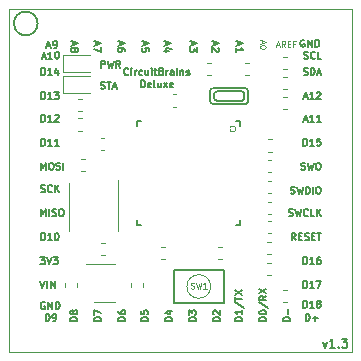
<source format=gbr>
G04 #@! TF.GenerationSoftware,KiCad,Pcbnew,(5.1.5-0-10_14)*
G04 #@! TF.CreationDate,2019-12-28T15:12:34-06:00*
G04 #@! TF.ProjectId,CircuitBrains Deluxe v1_3,43697263-7569-4744-9272-61696e732044,rev?*
G04 #@! TF.SameCoordinates,Original*
G04 #@! TF.FileFunction,Legend,Top*
G04 #@! TF.FilePolarity,Positive*
%FSLAX46Y46*%
G04 Gerber Fmt 4.6, Leading zero omitted, Abs format (unit mm)*
G04 Created by KiCad (PCBNEW (5.1.5-0-10_14)) date 2019-12-28 15:12:34*
%MOMM*%
%LPD*%
G04 APERTURE LIST*
%ADD10C,0.150000*%
%ADD11C,0.120000*%
%ADD12C,0.203200*%
%ADD13C,0.100000*%
%ADD14C,0.127000*%
%ADD15C,0.119380*%
G04 APERTURE END LIST*
D10*
X96531000Y-89175285D02*
X96531000Y-89461000D01*
X96359571Y-89118142D02*
X96959571Y-89318142D01*
X96359571Y-89518142D01*
X96959571Y-90003857D02*
X96959571Y-89718142D01*
X96673857Y-89689571D01*
X96702428Y-89718142D01*
X96731000Y-89775285D01*
X96731000Y-89918142D01*
X96702428Y-89975285D01*
X96673857Y-90003857D01*
X96616714Y-90032428D01*
X96473857Y-90032428D01*
X96416714Y-90003857D01*
X96388142Y-89975285D01*
X96359571Y-89918142D01*
X96359571Y-89775285D01*
X96388142Y-89718142D01*
X96416714Y-89689571D01*
X95247000Y-91954785D02*
X95218428Y-91983357D01*
X95132714Y-92011928D01*
X95075571Y-92011928D01*
X94989857Y-91983357D01*
X94932714Y-91926214D01*
X94904142Y-91869071D01*
X94875571Y-91754785D01*
X94875571Y-91669071D01*
X94904142Y-91554785D01*
X94932714Y-91497642D01*
X94989857Y-91440500D01*
X95075571Y-91411928D01*
X95132714Y-91411928D01*
X95218428Y-91440500D01*
X95247000Y-91469071D01*
X95504142Y-92011928D02*
X95504142Y-91611928D01*
X95504142Y-91411928D02*
X95475571Y-91440500D01*
X95504142Y-91469071D01*
X95532714Y-91440500D01*
X95504142Y-91411928D01*
X95504142Y-91469071D01*
X95789857Y-92011928D02*
X95789857Y-91611928D01*
X95789857Y-91726214D02*
X95818428Y-91669071D01*
X95847000Y-91640500D01*
X95904142Y-91611928D01*
X95961285Y-91611928D01*
X96418428Y-91983357D02*
X96361285Y-92011928D01*
X96247000Y-92011928D01*
X96189857Y-91983357D01*
X96161285Y-91954785D01*
X96132714Y-91897642D01*
X96132714Y-91726214D01*
X96161285Y-91669071D01*
X96189857Y-91640500D01*
X96247000Y-91611928D01*
X96361285Y-91611928D01*
X96418428Y-91640500D01*
X96932714Y-91611928D02*
X96932714Y-92011928D01*
X96675571Y-91611928D02*
X96675571Y-91926214D01*
X96704142Y-91983357D01*
X96761285Y-92011928D01*
X96847000Y-92011928D01*
X96904142Y-91983357D01*
X96932714Y-91954785D01*
X97218428Y-92011928D02*
X97218428Y-91611928D01*
X97218428Y-91411928D02*
X97189857Y-91440500D01*
X97218428Y-91469071D01*
X97247000Y-91440500D01*
X97218428Y-91411928D01*
X97218428Y-91469071D01*
X97418428Y-91611928D02*
X97647000Y-91611928D01*
X97504142Y-91411928D02*
X97504142Y-91926214D01*
X97532714Y-91983357D01*
X97589857Y-92011928D01*
X97647000Y-92011928D01*
X98047000Y-91697642D02*
X98132714Y-91726214D01*
X98161285Y-91754785D01*
X98189857Y-91811928D01*
X98189857Y-91897642D01*
X98161285Y-91954785D01*
X98132714Y-91983357D01*
X98075571Y-92011928D01*
X97847000Y-92011928D01*
X97847000Y-91411928D01*
X98047000Y-91411928D01*
X98104142Y-91440500D01*
X98132714Y-91469071D01*
X98161285Y-91526214D01*
X98161285Y-91583357D01*
X98132714Y-91640500D01*
X98104142Y-91669071D01*
X98047000Y-91697642D01*
X97847000Y-91697642D01*
X98447000Y-92011928D02*
X98447000Y-91611928D01*
X98447000Y-91726214D02*
X98475571Y-91669071D01*
X98504142Y-91640500D01*
X98561285Y-91611928D01*
X98618428Y-91611928D01*
X99075571Y-92011928D02*
X99075571Y-91697642D01*
X99047000Y-91640500D01*
X98989857Y-91611928D01*
X98875571Y-91611928D01*
X98818428Y-91640500D01*
X99075571Y-91983357D02*
X99018428Y-92011928D01*
X98875571Y-92011928D01*
X98818428Y-91983357D01*
X98789857Y-91926214D01*
X98789857Y-91869071D01*
X98818428Y-91811928D01*
X98875571Y-91783357D01*
X99018428Y-91783357D01*
X99075571Y-91754785D01*
X99361285Y-92011928D02*
X99361285Y-91611928D01*
X99361285Y-91411928D02*
X99332714Y-91440500D01*
X99361285Y-91469071D01*
X99389857Y-91440500D01*
X99361285Y-91411928D01*
X99361285Y-91469071D01*
X99647000Y-91611928D02*
X99647000Y-92011928D01*
X99647000Y-91669071D02*
X99675571Y-91640500D01*
X99732714Y-91611928D01*
X99818428Y-91611928D01*
X99875571Y-91640500D01*
X99904142Y-91697642D01*
X99904142Y-92011928D01*
X100161285Y-91983357D02*
X100218428Y-92011928D01*
X100332714Y-92011928D01*
X100389857Y-91983357D01*
X100418428Y-91926214D01*
X100418428Y-91897642D01*
X100389857Y-91840500D01*
X100332714Y-91811928D01*
X100247000Y-91811928D01*
X100189857Y-91783357D01*
X100161285Y-91726214D01*
X100161285Y-91697642D01*
X100189857Y-91640500D01*
X100247000Y-91611928D01*
X100332714Y-91611928D01*
X100389857Y-91640500D01*
X96304142Y-93061928D02*
X96304142Y-92461928D01*
X96447000Y-92461928D01*
X96532714Y-92490500D01*
X96589857Y-92547642D01*
X96618428Y-92604785D01*
X96647000Y-92719071D01*
X96647000Y-92804785D01*
X96618428Y-92919071D01*
X96589857Y-92976214D01*
X96532714Y-93033357D01*
X96447000Y-93061928D01*
X96304142Y-93061928D01*
X97132714Y-93033357D02*
X97075571Y-93061928D01*
X96961285Y-93061928D01*
X96904142Y-93033357D01*
X96875571Y-92976214D01*
X96875571Y-92747642D01*
X96904142Y-92690500D01*
X96961285Y-92661928D01*
X97075571Y-92661928D01*
X97132714Y-92690500D01*
X97161285Y-92747642D01*
X97161285Y-92804785D01*
X96875571Y-92861928D01*
X97504142Y-93061928D02*
X97447000Y-93033357D01*
X97418428Y-92976214D01*
X97418428Y-92461928D01*
X97989857Y-92661928D02*
X97989857Y-93061928D01*
X97732714Y-92661928D02*
X97732714Y-92976214D01*
X97761285Y-93033357D01*
X97818428Y-93061928D01*
X97904142Y-93061928D01*
X97961285Y-93033357D01*
X97989857Y-93004785D01*
X98218428Y-93061928D02*
X98532714Y-92661928D01*
X98218428Y-92661928D02*
X98532714Y-93061928D01*
X98989857Y-93033357D02*
X98932714Y-93061928D01*
X98818428Y-93061928D01*
X98761285Y-93033357D01*
X98732714Y-92976214D01*
X98732714Y-92747642D01*
X98761285Y-92690500D01*
X98818428Y-92661928D01*
X98932714Y-92661928D01*
X98989857Y-92690500D01*
X99018428Y-92747642D01*
X99018428Y-92804785D01*
X98732714Y-92861928D01*
X87854357Y-92028928D02*
X87854357Y-91428928D01*
X87997214Y-91428928D01*
X88082928Y-91457500D01*
X88140071Y-91514642D01*
X88168642Y-91571785D01*
X88197214Y-91686071D01*
X88197214Y-91771785D01*
X88168642Y-91886071D01*
X88140071Y-91943214D01*
X88082928Y-92000357D01*
X87997214Y-92028928D01*
X87854357Y-92028928D01*
X88768642Y-92028928D02*
X88425785Y-92028928D01*
X88597214Y-92028928D02*
X88597214Y-91428928D01*
X88540071Y-91514642D01*
X88482928Y-91571785D01*
X88425785Y-91600357D01*
X89282928Y-91628928D02*
X89282928Y-92028928D01*
X89140071Y-91400357D02*
X88997214Y-91828928D01*
X89368642Y-91828928D01*
X87854357Y-94060928D02*
X87854357Y-93460928D01*
X87997214Y-93460928D01*
X88082928Y-93489500D01*
X88140071Y-93546642D01*
X88168642Y-93603785D01*
X88197214Y-93718071D01*
X88197214Y-93803785D01*
X88168642Y-93918071D01*
X88140071Y-93975214D01*
X88082928Y-94032357D01*
X87997214Y-94060928D01*
X87854357Y-94060928D01*
X88768642Y-94060928D02*
X88425785Y-94060928D01*
X88597214Y-94060928D02*
X88597214Y-93460928D01*
X88540071Y-93546642D01*
X88482928Y-93603785D01*
X88425785Y-93632357D01*
X88968642Y-93460928D02*
X89340071Y-93460928D01*
X89140071Y-93689500D01*
X89225785Y-93689500D01*
X89282928Y-93718071D01*
X89311500Y-93746642D01*
X89340071Y-93803785D01*
X89340071Y-93946642D01*
X89311500Y-94003785D01*
X89282928Y-94032357D01*
X89225785Y-94060928D01*
X89054357Y-94060928D01*
X88997214Y-94032357D01*
X88968642Y-94003785D01*
X87854357Y-95965928D02*
X87854357Y-95365928D01*
X87997214Y-95365928D01*
X88082928Y-95394500D01*
X88140071Y-95451642D01*
X88168642Y-95508785D01*
X88197214Y-95623071D01*
X88197214Y-95708785D01*
X88168642Y-95823071D01*
X88140071Y-95880214D01*
X88082928Y-95937357D01*
X87997214Y-95965928D01*
X87854357Y-95965928D01*
X88768642Y-95965928D02*
X88425785Y-95965928D01*
X88597214Y-95965928D02*
X88597214Y-95365928D01*
X88540071Y-95451642D01*
X88482928Y-95508785D01*
X88425785Y-95537357D01*
X88997214Y-95423071D02*
X89025785Y-95394500D01*
X89082928Y-95365928D01*
X89225785Y-95365928D01*
X89282928Y-95394500D01*
X89311500Y-95423071D01*
X89340071Y-95480214D01*
X89340071Y-95537357D01*
X89311500Y-95623071D01*
X88968642Y-95965928D01*
X89340071Y-95965928D01*
X87952785Y-90460500D02*
X88238500Y-90460500D01*
X87895642Y-90631928D02*
X88095642Y-90031928D01*
X88295642Y-90631928D01*
X88809928Y-90631928D02*
X88467071Y-90631928D01*
X88638500Y-90631928D02*
X88638500Y-90031928D01*
X88581357Y-90117642D01*
X88524214Y-90174785D01*
X88467071Y-90203357D01*
X89181357Y-90031928D02*
X89238500Y-90031928D01*
X89295642Y-90060500D01*
X89324214Y-90089071D01*
X89352785Y-90146214D01*
X89381357Y-90260500D01*
X89381357Y-90403357D01*
X89352785Y-90517642D01*
X89324214Y-90574785D01*
X89295642Y-90603357D01*
X89238500Y-90631928D01*
X89181357Y-90631928D01*
X89124214Y-90603357D01*
X89095642Y-90574785D01*
X89067071Y-90517642D01*
X89038500Y-90403357D01*
X89038500Y-90260500D01*
X89067071Y-90146214D01*
X89095642Y-90089071D01*
X89124214Y-90060500D01*
X89181357Y-90031928D01*
X88333785Y-89571500D02*
X88619500Y-89571500D01*
X88276642Y-89742928D02*
X88476642Y-89142928D01*
X88676642Y-89742928D01*
X88905214Y-89742928D02*
X89019500Y-89742928D01*
X89076642Y-89714357D01*
X89105214Y-89685785D01*
X89162357Y-89600071D01*
X89190928Y-89485785D01*
X89190928Y-89257214D01*
X89162357Y-89200071D01*
X89133785Y-89171500D01*
X89076642Y-89142928D01*
X88962357Y-89142928D01*
X88905214Y-89171500D01*
X88876642Y-89200071D01*
X88848071Y-89257214D01*
X88848071Y-89400071D01*
X88876642Y-89457214D01*
X88905214Y-89485785D01*
X88962357Y-89514357D01*
X89076642Y-89514357D01*
X89133785Y-89485785D01*
X89162357Y-89457214D01*
X89190928Y-89400071D01*
X90562000Y-89175285D02*
X90562000Y-89461000D01*
X90390571Y-89118142D02*
X90990571Y-89318142D01*
X90390571Y-89518142D01*
X90733428Y-89803857D02*
X90762000Y-89746714D01*
X90790571Y-89718142D01*
X90847714Y-89689571D01*
X90876285Y-89689571D01*
X90933428Y-89718142D01*
X90962000Y-89746714D01*
X90990571Y-89803857D01*
X90990571Y-89918142D01*
X90962000Y-89975285D01*
X90933428Y-90003857D01*
X90876285Y-90032428D01*
X90847714Y-90032428D01*
X90790571Y-90003857D01*
X90762000Y-89975285D01*
X90733428Y-89918142D01*
X90733428Y-89803857D01*
X90704857Y-89746714D01*
X90676285Y-89718142D01*
X90619142Y-89689571D01*
X90504857Y-89689571D01*
X90447714Y-89718142D01*
X90419142Y-89746714D01*
X90390571Y-89803857D01*
X90390571Y-89918142D01*
X90419142Y-89975285D01*
X90447714Y-90003857D01*
X90504857Y-90032428D01*
X90619142Y-90032428D01*
X90676285Y-90003857D01*
X90704857Y-89975285D01*
X90733428Y-89918142D01*
X92467000Y-89175285D02*
X92467000Y-89461000D01*
X92295571Y-89118142D02*
X92895571Y-89318142D01*
X92295571Y-89518142D01*
X92895571Y-89661000D02*
X92895571Y-90061000D01*
X92295571Y-89803857D01*
X94499000Y-89175285D02*
X94499000Y-89461000D01*
X94327571Y-89118142D02*
X94927571Y-89318142D01*
X94327571Y-89518142D01*
X94927571Y-89975285D02*
X94927571Y-89861000D01*
X94899000Y-89803857D01*
X94870428Y-89775285D01*
X94784714Y-89718142D01*
X94670428Y-89689571D01*
X94441857Y-89689571D01*
X94384714Y-89718142D01*
X94356142Y-89746714D01*
X94327571Y-89803857D01*
X94327571Y-89918142D01*
X94356142Y-89975285D01*
X94384714Y-90003857D01*
X94441857Y-90032428D01*
X94584714Y-90032428D01*
X94641857Y-90003857D01*
X94670428Y-89975285D01*
X94699000Y-89918142D01*
X94699000Y-89803857D01*
X94670428Y-89746714D01*
X94641857Y-89718142D01*
X94584714Y-89689571D01*
X98436000Y-89175285D02*
X98436000Y-89461000D01*
X98264571Y-89118142D02*
X98864571Y-89318142D01*
X98264571Y-89518142D01*
X98664571Y-89975285D02*
X98264571Y-89975285D01*
X98893142Y-89832428D02*
X98464571Y-89689571D01*
X98464571Y-90061000D01*
X100595000Y-89175285D02*
X100595000Y-89461000D01*
X100423571Y-89118142D02*
X101023571Y-89318142D01*
X100423571Y-89518142D01*
X101023571Y-89661000D02*
X101023571Y-90032428D01*
X100795000Y-89832428D01*
X100795000Y-89918142D01*
X100766428Y-89975285D01*
X100737857Y-90003857D01*
X100680714Y-90032428D01*
X100537857Y-90032428D01*
X100480714Y-90003857D01*
X100452142Y-89975285D01*
X100423571Y-89918142D01*
X100423571Y-89746714D01*
X100452142Y-89689571D01*
X100480714Y-89661000D01*
X102500000Y-89175285D02*
X102500000Y-89461000D01*
X102328571Y-89118142D02*
X102928571Y-89318142D01*
X102328571Y-89518142D01*
X102871428Y-89689571D02*
X102900000Y-89718142D01*
X102928571Y-89775285D01*
X102928571Y-89918142D01*
X102900000Y-89975285D01*
X102871428Y-90003857D01*
X102814285Y-90032428D01*
X102757142Y-90032428D01*
X102671428Y-90003857D01*
X102328571Y-89661000D01*
X102328571Y-90032428D01*
X104532000Y-89175285D02*
X104532000Y-89461000D01*
X104360571Y-89118142D02*
X104960571Y-89318142D01*
X104360571Y-89518142D01*
X104360571Y-90032428D02*
X104360571Y-89689571D01*
X104360571Y-89861000D02*
X104960571Y-89861000D01*
X104874857Y-89803857D01*
X104817714Y-89746714D01*
X104789142Y-89689571D01*
D11*
X106516666Y-89073238D02*
X106516666Y-89311333D01*
X106373809Y-89025619D02*
X106873809Y-89192285D01*
X106373809Y-89358952D01*
X106873809Y-89620857D02*
X106873809Y-89668476D01*
X106850000Y-89716095D01*
X106826190Y-89739904D01*
X106778571Y-89763714D01*
X106683333Y-89787523D01*
X106564285Y-89787523D01*
X106469047Y-89763714D01*
X106421428Y-89739904D01*
X106397619Y-89716095D01*
X106373809Y-89668476D01*
X106373809Y-89620857D01*
X106397619Y-89573238D01*
X106421428Y-89549428D01*
X106469047Y-89525619D01*
X106564285Y-89501809D01*
X106683333Y-89501809D01*
X106778571Y-89525619D01*
X106826190Y-89549428D01*
X106850000Y-89573238D01*
X106873809Y-89620857D01*
X107773238Y-89483333D02*
X108011333Y-89483333D01*
X107725619Y-89626190D02*
X107892285Y-89126190D01*
X108058952Y-89626190D01*
X108511333Y-89626190D02*
X108344666Y-89388095D01*
X108225619Y-89626190D02*
X108225619Y-89126190D01*
X108416095Y-89126190D01*
X108463714Y-89150000D01*
X108487523Y-89173809D01*
X108511333Y-89221428D01*
X108511333Y-89292857D01*
X108487523Y-89340476D01*
X108463714Y-89364285D01*
X108416095Y-89388095D01*
X108225619Y-89388095D01*
X108725619Y-89364285D02*
X108892285Y-89364285D01*
X108963714Y-89626190D02*
X108725619Y-89626190D01*
X108725619Y-89126190D01*
X108963714Y-89126190D01*
X109344666Y-89364285D02*
X109178000Y-89364285D01*
X109178000Y-89626190D02*
X109178000Y-89126190D01*
X109416095Y-89126190D01*
D10*
X110148071Y-89044500D02*
X110090928Y-89015928D01*
X110005214Y-89015928D01*
X109919500Y-89044500D01*
X109862357Y-89101642D01*
X109833785Y-89158785D01*
X109805214Y-89273071D01*
X109805214Y-89358785D01*
X109833785Y-89473071D01*
X109862357Y-89530214D01*
X109919500Y-89587357D01*
X110005214Y-89615928D01*
X110062357Y-89615928D01*
X110148071Y-89587357D01*
X110176642Y-89558785D01*
X110176642Y-89358785D01*
X110062357Y-89358785D01*
X110433785Y-89615928D02*
X110433785Y-89015928D01*
X110776642Y-89615928D01*
X110776642Y-89015928D01*
X111062357Y-89615928D02*
X111062357Y-89015928D01*
X111205214Y-89015928D01*
X111290928Y-89044500D01*
X111348071Y-89101642D01*
X111376642Y-89158785D01*
X111405214Y-89273071D01*
X111405214Y-89358785D01*
X111376642Y-89473071D01*
X111348071Y-89530214D01*
X111290928Y-89587357D01*
X111205214Y-89615928D01*
X111062357Y-89615928D01*
X110103642Y-90603357D02*
X110189357Y-90631928D01*
X110332214Y-90631928D01*
X110389357Y-90603357D01*
X110417928Y-90574785D01*
X110446500Y-90517642D01*
X110446500Y-90460500D01*
X110417928Y-90403357D01*
X110389357Y-90374785D01*
X110332214Y-90346214D01*
X110217928Y-90317642D01*
X110160785Y-90289071D01*
X110132214Y-90260500D01*
X110103642Y-90203357D01*
X110103642Y-90146214D01*
X110132214Y-90089071D01*
X110160785Y-90060500D01*
X110217928Y-90031928D01*
X110360785Y-90031928D01*
X110446500Y-90060500D01*
X111046500Y-90574785D02*
X111017928Y-90603357D01*
X110932214Y-90631928D01*
X110875071Y-90631928D01*
X110789357Y-90603357D01*
X110732214Y-90546214D01*
X110703642Y-90489071D01*
X110675071Y-90374785D01*
X110675071Y-90289071D01*
X110703642Y-90174785D01*
X110732214Y-90117642D01*
X110789357Y-90060500D01*
X110875071Y-90031928D01*
X110932214Y-90031928D01*
X111017928Y-90060500D01*
X111046500Y-90089071D01*
X111589357Y-90631928D02*
X111303642Y-90631928D01*
X111303642Y-90031928D01*
X110075071Y-92000357D02*
X110160785Y-92028928D01*
X110303642Y-92028928D01*
X110360785Y-92000357D01*
X110389357Y-91971785D01*
X110417928Y-91914642D01*
X110417928Y-91857500D01*
X110389357Y-91800357D01*
X110360785Y-91771785D01*
X110303642Y-91743214D01*
X110189357Y-91714642D01*
X110132214Y-91686071D01*
X110103642Y-91657500D01*
X110075071Y-91600357D01*
X110075071Y-91543214D01*
X110103642Y-91486071D01*
X110132214Y-91457500D01*
X110189357Y-91428928D01*
X110332214Y-91428928D01*
X110417928Y-91457500D01*
X110675071Y-92028928D02*
X110675071Y-91428928D01*
X110817928Y-91428928D01*
X110903642Y-91457500D01*
X110960785Y-91514642D01*
X110989357Y-91571785D01*
X111017928Y-91686071D01*
X111017928Y-91771785D01*
X110989357Y-91886071D01*
X110960785Y-91943214D01*
X110903642Y-92000357D01*
X110817928Y-92028928D01*
X110675071Y-92028928D01*
X111246500Y-91857500D02*
X111532214Y-91857500D01*
X111189357Y-92028928D02*
X111389357Y-91428928D01*
X111589357Y-92028928D01*
X110103642Y-93889500D02*
X110389357Y-93889500D01*
X110046500Y-94060928D02*
X110246500Y-93460928D01*
X110446500Y-94060928D01*
X110960785Y-94060928D02*
X110617928Y-94060928D01*
X110789357Y-94060928D02*
X110789357Y-93460928D01*
X110732214Y-93546642D01*
X110675071Y-93603785D01*
X110617928Y-93632357D01*
X111189357Y-93518071D02*
X111217928Y-93489500D01*
X111275071Y-93460928D01*
X111417928Y-93460928D01*
X111475071Y-93489500D01*
X111503642Y-93518071D01*
X111532214Y-93575214D01*
X111532214Y-93632357D01*
X111503642Y-93718071D01*
X111160785Y-94060928D01*
X111532214Y-94060928D01*
X110103642Y-95794500D02*
X110389357Y-95794500D01*
X110046500Y-95965928D02*
X110246500Y-95365928D01*
X110446500Y-95965928D01*
X110960785Y-95965928D02*
X110617928Y-95965928D01*
X110789357Y-95965928D02*
X110789357Y-95365928D01*
X110732214Y-95451642D01*
X110675071Y-95508785D01*
X110617928Y-95537357D01*
X111532214Y-95965928D02*
X111189357Y-95965928D01*
X111360785Y-95965928D02*
X111360785Y-95365928D01*
X111303642Y-95451642D01*
X111246500Y-95508785D01*
X111189357Y-95537357D01*
X110046500Y-97997928D02*
X110046500Y-97397928D01*
X110189357Y-97397928D01*
X110275071Y-97426500D01*
X110332214Y-97483642D01*
X110360785Y-97540785D01*
X110389357Y-97655071D01*
X110389357Y-97740785D01*
X110360785Y-97855071D01*
X110332214Y-97912214D01*
X110275071Y-97969357D01*
X110189357Y-97997928D01*
X110046500Y-97997928D01*
X110960785Y-97997928D02*
X110617928Y-97997928D01*
X110789357Y-97997928D02*
X110789357Y-97397928D01*
X110732214Y-97483642D01*
X110675071Y-97540785D01*
X110617928Y-97569357D01*
X111503642Y-97397928D02*
X111217928Y-97397928D01*
X111189357Y-97683642D01*
X111217928Y-97655071D01*
X111275071Y-97626500D01*
X111417928Y-97626500D01*
X111475071Y-97655071D01*
X111503642Y-97683642D01*
X111532214Y-97740785D01*
X111532214Y-97883642D01*
X111503642Y-97940785D01*
X111475071Y-97969357D01*
X111417928Y-97997928D01*
X111275071Y-97997928D01*
X111217928Y-97969357D01*
X111189357Y-97940785D01*
X109875071Y-100001357D02*
X109960785Y-100029928D01*
X110103642Y-100029928D01*
X110160785Y-100001357D01*
X110189357Y-99972785D01*
X110217928Y-99915642D01*
X110217928Y-99858500D01*
X110189357Y-99801357D01*
X110160785Y-99772785D01*
X110103642Y-99744214D01*
X109989357Y-99715642D01*
X109932214Y-99687071D01*
X109903642Y-99658500D01*
X109875071Y-99601357D01*
X109875071Y-99544214D01*
X109903642Y-99487071D01*
X109932214Y-99458500D01*
X109989357Y-99429928D01*
X110132214Y-99429928D01*
X110217928Y-99458500D01*
X110417928Y-99429928D02*
X110560785Y-100029928D01*
X110675071Y-99601357D01*
X110789357Y-100029928D01*
X110932214Y-99429928D01*
X111275071Y-99429928D02*
X111389357Y-99429928D01*
X111446500Y-99458500D01*
X111503642Y-99515642D01*
X111532214Y-99629928D01*
X111532214Y-99829928D01*
X111503642Y-99944214D01*
X111446500Y-100001357D01*
X111389357Y-100029928D01*
X111275071Y-100029928D01*
X111217928Y-100001357D01*
X111160785Y-99944214D01*
X111132214Y-99829928D01*
X111132214Y-99629928D01*
X111160785Y-99515642D01*
X111217928Y-99458500D01*
X111275071Y-99429928D01*
X108989357Y-102033357D02*
X109075071Y-102061928D01*
X109217928Y-102061928D01*
X109275071Y-102033357D01*
X109303642Y-102004785D01*
X109332214Y-101947642D01*
X109332214Y-101890500D01*
X109303642Y-101833357D01*
X109275071Y-101804785D01*
X109217928Y-101776214D01*
X109103642Y-101747642D01*
X109046500Y-101719071D01*
X109017928Y-101690500D01*
X108989357Y-101633357D01*
X108989357Y-101576214D01*
X109017928Y-101519071D01*
X109046500Y-101490500D01*
X109103642Y-101461928D01*
X109246500Y-101461928D01*
X109332214Y-101490500D01*
X109532214Y-101461928D02*
X109675071Y-102061928D01*
X109789357Y-101633357D01*
X109903642Y-102061928D01*
X110046500Y-101461928D01*
X110275071Y-102061928D02*
X110275071Y-101461928D01*
X110417928Y-101461928D01*
X110503642Y-101490500D01*
X110560785Y-101547642D01*
X110589357Y-101604785D01*
X110617928Y-101719071D01*
X110617928Y-101804785D01*
X110589357Y-101919071D01*
X110560785Y-101976214D01*
X110503642Y-102033357D01*
X110417928Y-102061928D01*
X110275071Y-102061928D01*
X110875071Y-102061928D02*
X110875071Y-101461928D01*
X111275071Y-101461928D02*
X111389357Y-101461928D01*
X111446500Y-101490500D01*
X111503642Y-101547642D01*
X111532214Y-101661928D01*
X111532214Y-101861928D01*
X111503642Y-101976214D01*
X111446500Y-102033357D01*
X111389357Y-102061928D01*
X111275071Y-102061928D01*
X111217928Y-102033357D01*
X111160785Y-101976214D01*
X111132214Y-101861928D01*
X111132214Y-101661928D01*
X111160785Y-101547642D01*
X111217928Y-101490500D01*
X111275071Y-101461928D01*
X108817928Y-103938357D02*
X108903642Y-103966928D01*
X109046500Y-103966928D01*
X109103642Y-103938357D01*
X109132214Y-103909785D01*
X109160785Y-103852642D01*
X109160785Y-103795500D01*
X109132214Y-103738357D01*
X109103642Y-103709785D01*
X109046500Y-103681214D01*
X108932214Y-103652642D01*
X108875071Y-103624071D01*
X108846500Y-103595500D01*
X108817928Y-103538357D01*
X108817928Y-103481214D01*
X108846500Y-103424071D01*
X108875071Y-103395500D01*
X108932214Y-103366928D01*
X109075071Y-103366928D01*
X109160785Y-103395500D01*
X109360785Y-103366928D02*
X109503642Y-103966928D01*
X109617928Y-103538357D01*
X109732214Y-103966928D01*
X109875071Y-103366928D01*
X110446500Y-103909785D02*
X110417928Y-103938357D01*
X110332214Y-103966928D01*
X110275071Y-103966928D01*
X110189357Y-103938357D01*
X110132214Y-103881214D01*
X110103642Y-103824071D01*
X110075071Y-103709785D01*
X110075071Y-103624071D01*
X110103642Y-103509785D01*
X110132214Y-103452642D01*
X110189357Y-103395500D01*
X110275071Y-103366928D01*
X110332214Y-103366928D01*
X110417928Y-103395500D01*
X110446500Y-103424071D01*
X110989357Y-103966928D02*
X110703642Y-103966928D01*
X110703642Y-103366928D01*
X111189357Y-103966928D02*
X111189357Y-103366928D01*
X111532214Y-103966928D02*
X111275071Y-103624071D01*
X111532214Y-103366928D02*
X111189357Y-103709785D01*
X109417928Y-105998928D02*
X109217928Y-105713214D01*
X109075071Y-105998928D02*
X109075071Y-105398928D01*
X109303642Y-105398928D01*
X109360785Y-105427500D01*
X109389357Y-105456071D01*
X109417928Y-105513214D01*
X109417928Y-105598928D01*
X109389357Y-105656071D01*
X109360785Y-105684642D01*
X109303642Y-105713214D01*
X109075071Y-105713214D01*
X109675071Y-105684642D02*
X109875071Y-105684642D01*
X109960785Y-105998928D02*
X109675071Y-105998928D01*
X109675071Y-105398928D01*
X109960785Y-105398928D01*
X110189357Y-105970357D02*
X110275071Y-105998928D01*
X110417928Y-105998928D01*
X110475071Y-105970357D01*
X110503642Y-105941785D01*
X110532214Y-105884642D01*
X110532214Y-105827500D01*
X110503642Y-105770357D01*
X110475071Y-105741785D01*
X110417928Y-105713214D01*
X110303642Y-105684642D01*
X110246500Y-105656071D01*
X110217928Y-105627500D01*
X110189357Y-105570357D01*
X110189357Y-105513214D01*
X110217928Y-105456071D01*
X110246500Y-105427500D01*
X110303642Y-105398928D01*
X110446500Y-105398928D01*
X110532214Y-105427500D01*
X110789357Y-105684642D02*
X110989357Y-105684642D01*
X111075071Y-105998928D02*
X110789357Y-105998928D01*
X110789357Y-105398928D01*
X111075071Y-105398928D01*
X111246500Y-105398928D02*
X111589357Y-105398928D01*
X111417928Y-105998928D02*
X111417928Y-105398928D01*
X110046500Y-108030928D02*
X110046500Y-107430928D01*
X110189357Y-107430928D01*
X110275071Y-107459500D01*
X110332214Y-107516642D01*
X110360785Y-107573785D01*
X110389357Y-107688071D01*
X110389357Y-107773785D01*
X110360785Y-107888071D01*
X110332214Y-107945214D01*
X110275071Y-108002357D01*
X110189357Y-108030928D01*
X110046500Y-108030928D01*
X110960785Y-108030928D02*
X110617928Y-108030928D01*
X110789357Y-108030928D02*
X110789357Y-107430928D01*
X110732214Y-107516642D01*
X110675071Y-107573785D01*
X110617928Y-107602357D01*
X111475071Y-107430928D02*
X111360785Y-107430928D01*
X111303642Y-107459500D01*
X111275071Y-107488071D01*
X111217928Y-107573785D01*
X111189357Y-107688071D01*
X111189357Y-107916642D01*
X111217928Y-107973785D01*
X111246500Y-108002357D01*
X111303642Y-108030928D01*
X111417928Y-108030928D01*
X111475071Y-108002357D01*
X111503642Y-107973785D01*
X111532214Y-107916642D01*
X111532214Y-107773785D01*
X111503642Y-107716642D01*
X111475071Y-107688071D01*
X111417928Y-107659500D01*
X111303642Y-107659500D01*
X111246500Y-107688071D01*
X111217928Y-107716642D01*
X111189357Y-107773785D01*
X110046500Y-110062928D02*
X110046500Y-109462928D01*
X110189357Y-109462928D01*
X110275071Y-109491500D01*
X110332214Y-109548642D01*
X110360785Y-109605785D01*
X110389357Y-109720071D01*
X110389357Y-109805785D01*
X110360785Y-109920071D01*
X110332214Y-109977214D01*
X110275071Y-110034357D01*
X110189357Y-110062928D01*
X110046500Y-110062928D01*
X110960785Y-110062928D02*
X110617928Y-110062928D01*
X110789357Y-110062928D02*
X110789357Y-109462928D01*
X110732214Y-109548642D01*
X110675071Y-109605785D01*
X110617928Y-109634357D01*
X111160785Y-109462928D02*
X111560785Y-109462928D01*
X111303642Y-110062928D01*
X110046500Y-111713928D02*
X110046500Y-111113928D01*
X110189357Y-111113928D01*
X110275071Y-111142500D01*
X110332214Y-111199642D01*
X110360785Y-111256785D01*
X110389357Y-111371071D01*
X110389357Y-111456785D01*
X110360785Y-111571071D01*
X110332214Y-111628214D01*
X110275071Y-111685357D01*
X110189357Y-111713928D01*
X110046500Y-111713928D01*
X110960785Y-111713928D02*
X110617928Y-111713928D01*
X110789357Y-111713928D02*
X110789357Y-111113928D01*
X110732214Y-111199642D01*
X110675071Y-111256785D01*
X110617928Y-111285357D01*
X111303642Y-111371071D02*
X111246500Y-111342500D01*
X111217928Y-111313928D01*
X111189357Y-111256785D01*
X111189357Y-111228214D01*
X111217928Y-111171071D01*
X111246500Y-111142500D01*
X111303642Y-111113928D01*
X111417928Y-111113928D01*
X111475071Y-111142500D01*
X111503642Y-111171071D01*
X111532214Y-111228214D01*
X111532214Y-111256785D01*
X111503642Y-111313928D01*
X111475071Y-111342500D01*
X111417928Y-111371071D01*
X111303642Y-111371071D01*
X111246500Y-111399642D01*
X111217928Y-111428214D01*
X111189357Y-111485357D01*
X111189357Y-111599642D01*
X111217928Y-111656785D01*
X111246500Y-111685357D01*
X111303642Y-111713928D01*
X111417928Y-111713928D01*
X111475071Y-111685357D01*
X111503642Y-111656785D01*
X111532214Y-111599642D01*
X111532214Y-111485357D01*
X111503642Y-111428214D01*
X111475071Y-111399642D01*
X111417928Y-111371071D01*
X110240357Y-112856928D02*
X110240357Y-112256928D01*
X110383214Y-112256928D01*
X110468928Y-112285500D01*
X110526071Y-112342642D01*
X110554642Y-112399785D01*
X110583214Y-112514071D01*
X110583214Y-112599785D01*
X110554642Y-112714071D01*
X110526071Y-112771214D01*
X110468928Y-112828357D01*
X110383214Y-112856928D01*
X110240357Y-112856928D01*
X110840357Y-112628357D02*
X111297500Y-112628357D01*
X111068928Y-112856928D02*
X111068928Y-112399785D01*
X108967428Y-112853142D02*
X108367428Y-112853142D01*
X108367428Y-112710285D01*
X108396000Y-112624571D01*
X108453142Y-112567428D01*
X108510285Y-112538857D01*
X108624571Y-112510285D01*
X108710285Y-112510285D01*
X108824571Y-112538857D01*
X108881714Y-112567428D01*
X108938857Y-112624571D01*
X108967428Y-112710285D01*
X108967428Y-112853142D01*
X108738857Y-112253142D02*
X108738857Y-111796000D01*
X106935428Y-112853142D02*
X106335428Y-112853142D01*
X106335428Y-112710285D01*
X106364000Y-112624571D01*
X106421142Y-112567428D01*
X106478285Y-112538857D01*
X106592571Y-112510285D01*
X106678285Y-112510285D01*
X106792571Y-112538857D01*
X106849714Y-112567428D01*
X106906857Y-112624571D01*
X106935428Y-112710285D01*
X106935428Y-112853142D01*
X106335428Y-112138857D02*
X106335428Y-112081714D01*
X106364000Y-112024571D01*
X106392571Y-111996000D01*
X106449714Y-111967428D01*
X106564000Y-111938857D01*
X106706857Y-111938857D01*
X106821142Y-111967428D01*
X106878285Y-111996000D01*
X106906857Y-112024571D01*
X106935428Y-112081714D01*
X106935428Y-112138857D01*
X106906857Y-112196000D01*
X106878285Y-112224571D01*
X106821142Y-112253142D01*
X106706857Y-112281714D01*
X106564000Y-112281714D01*
X106449714Y-112253142D01*
X106392571Y-112224571D01*
X106364000Y-112196000D01*
X106335428Y-112138857D01*
X106306857Y-111253142D02*
X107078285Y-111767428D01*
X106935428Y-110710285D02*
X106649714Y-110910285D01*
X106935428Y-111053142D02*
X106335428Y-111053142D01*
X106335428Y-110824571D01*
X106364000Y-110767428D01*
X106392571Y-110738857D01*
X106449714Y-110710285D01*
X106535428Y-110710285D01*
X106592571Y-110738857D01*
X106621142Y-110767428D01*
X106649714Y-110824571D01*
X106649714Y-111053142D01*
X106335428Y-110510285D02*
X106935428Y-110110285D01*
X106335428Y-110110285D02*
X106935428Y-110510285D01*
X104903428Y-112853142D02*
X104303428Y-112853142D01*
X104303428Y-112710285D01*
X104332000Y-112624571D01*
X104389142Y-112567428D01*
X104446285Y-112538857D01*
X104560571Y-112510285D01*
X104646285Y-112510285D01*
X104760571Y-112538857D01*
X104817714Y-112567428D01*
X104874857Y-112624571D01*
X104903428Y-112710285D01*
X104903428Y-112853142D01*
X104903428Y-111938857D02*
X104903428Y-112281714D01*
X104903428Y-112110285D02*
X104303428Y-112110285D01*
X104389142Y-112167428D01*
X104446285Y-112224571D01*
X104474857Y-112281714D01*
X104274857Y-111253142D02*
X105046285Y-111767428D01*
X104303428Y-111138857D02*
X104303428Y-110796000D01*
X104903428Y-110967428D02*
X104303428Y-110967428D01*
X104303428Y-110653142D02*
X104903428Y-110253142D01*
X104303428Y-110253142D02*
X104903428Y-110653142D01*
X102998428Y-112853142D02*
X102398428Y-112853142D01*
X102398428Y-112710285D01*
X102427000Y-112624571D01*
X102484142Y-112567428D01*
X102541285Y-112538857D01*
X102655571Y-112510285D01*
X102741285Y-112510285D01*
X102855571Y-112538857D01*
X102912714Y-112567428D01*
X102969857Y-112624571D01*
X102998428Y-112710285D01*
X102998428Y-112853142D01*
X102455571Y-112281714D02*
X102427000Y-112253142D01*
X102398428Y-112196000D01*
X102398428Y-112053142D01*
X102427000Y-111996000D01*
X102455571Y-111967428D01*
X102512714Y-111938857D01*
X102569857Y-111938857D01*
X102655571Y-111967428D01*
X102998428Y-112310285D01*
X102998428Y-111938857D01*
X100966428Y-112853142D02*
X100366428Y-112853142D01*
X100366428Y-112710285D01*
X100395000Y-112624571D01*
X100452142Y-112567428D01*
X100509285Y-112538857D01*
X100623571Y-112510285D01*
X100709285Y-112510285D01*
X100823571Y-112538857D01*
X100880714Y-112567428D01*
X100937857Y-112624571D01*
X100966428Y-112710285D01*
X100966428Y-112853142D01*
X100366428Y-112310285D02*
X100366428Y-111938857D01*
X100595000Y-112138857D01*
X100595000Y-112053142D01*
X100623571Y-111996000D01*
X100652142Y-111967428D01*
X100709285Y-111938857D01*
X100852142Y-111938857D01*
X100909285Y-111967428D01*
X100937857Y-111996000D01*
X100966428Y-112053142D01*
X100966428Y-112224571D01*
X100937857Y-112281714D01*
X100909285Y-112310285D01*
X98934428Y-112853142D02*
X98334428Y-112853142D01*
X98334428Y-112710285D01*
X98363000Y-112624571D01*
X98420142Y-112567428D01*
X98477285Y-112538857D01*
X98591571Y-112510285D01*
X98677285Y-112510285D01*
X98791571Y-112538857D01*
X98848714Y-112567428D01*
X98905857Y-112624571D01*
X98934428Y-112710285D01*
X98934428Y-112853142D01*
X98534428Y-111996000D02*
X98934428Y-111996000D01*
X98305857Y-112138857D02*
X98734428Y-112281714D01*
X98734428Y-111910285D01*
X96902428Y-112853142D02*
X96302428Y-112853142D01*
X96302428Y-112710285D01*
X96331000Y-112624571D01*
X96388142Y-112567428D01*
X96445285Y-112538857D01*
X96559571Y-112510285D01*
X96645285Y-112510285D01*
X96759571Y-112538857D01*
X96816714Y-112567428D01*
X96873857Y-112624571D01*
X96902428Y-112710285D01*
X96902428Y-112853142D01*
X96302428Y-111967428D02*
X96302428Y-112253142D01*
X96588142Y-112281714D01*
X96559571Y-112253142D01*
X96531000Y-112196000D01*
X96531000Y-112053142D01*
X96559571Y-111996000D01*
X96588142Y-111967428D01*
X96645285Y-111938857D01*
X96788142Y-111938857D01*
X96845285Y-111967428D01*
X96873857Y-111996000D01*
X96902428Y-112053142D01*
X96902428Y-112196000D01*
X96873857Y-112253142D01*
X96845285Y-112281714D01*
X94997428Y-112853142D02*
X94397428Y-112853142D01*
X94397428Y-112710285D01*
X94426000Y-112624571D01*
X94483142Y-112567428D01*
X94540285Y-112538857D01*
X94654571Y-112510285D01*
X94740285Y-112510285D01*
X94854571Y-112538857D01*
X94911714Y-112567428D01*
X94968857Y-112624571D01*
X94997428Y-112710285D01*
X94997428Y-112853142D01*
X94397428Y-111996000D02*
X94397428Y-112110285D01*
X94426000Y-112167428D01*
X94454571Y-112196000D01*
X94540285Y-112253142D01*
X94654571Y-112281714D01*
X94883142Y-112281714D01*
X94940285Y-112253142D01*
X94968857Y-112224571D01*
X94997428Y-112167428D01*
X94997428Y-112053142D01*
X94968857Y-111996000D01*
X94940285Y-111967428D01*
X94883142Y-111938857D01*
X94740285Y-111938857D01*
X94683142Y-111967428D01*
X94654571Y-111996000D01*
X94626000Y-112053142D01*
X94626000Y-112167428D01*
X94654571Y-112224571D01*
X94683142Y-112253142D01*
X94740285Y-112281714D01*
X92965428Y-112853142D02*
X92365428Y-112853142D01*
X92365428Y-112710285D01*
X92394000Y-112624571D01*
X92451142Y-112567428D01*
X92508285Y-112538857D01*
X92622571Y-112510285D01*
X92708285Y-112510285D01*
X92822571Y-112538857D01*
X92879714Y-112567428D01*
X92936857Y-112624571D01*
X92965428Y-112710285D01*
X92965428Y-112853142D01*
X92365428Y-112310285D02*
X92365428Y-111910285D01*
X92965428Y-112167428D01*
X90933428Y-112853142D02*
X90333428Y-112853142D01*
X90333428Y-112710285D01*
X90362000Y-112624571D01*
X90419142Y-112567428D01*
X90476285Y-112538857D01*
X90590571Y-112510285D01*
X90676285Y-112510285D01*
X90790571Y-112538857D01*
X90847714Y-112567428D01*
X90904857Y-112624571D01*
X90933428Y-112710285D01*
X90933428Y-112853142D01*
X90590571Y-112167428D02*
X90562000Y-112224571D01*
X90533428Y-112253142D01*
X90476285Y-112281714D01*
X90447714Y-112281714D01*
X90390571Y-112253142D01*
X90362000Y-112224571D01*
X90333428Y-112167428D01*
X90333428Y-112053142D01*
X90362000Y-111996000D01*
X90390571Y-111967428D01*
X90447714Y-111938857D01*
X90476285Y-111938857D01*
X90533428Y-111967428D01*
X90562000Y-111996000D01*
X90590571Y-112053142D01*
X90590571Y-112167428D01*
X90619142Y-112224571D01*
X90647714Y-112253142D01*
X90704857Y-112281714D01*
X90819142Y-112281714D01*
X90876285Y-112253142D01*
X90904857Y-112224571D01*
X90933428Y-112167428D01*
X90933428Y-112053142D01*
X90904857Y-111996000D01*
X90876285Y-111967428D01*
X90819142Y-111938857D01*
X90704857Y-111938857D01*
X90647714Y-111967428D01*
X90619142Y-111996000D01*
X90590571Y-112053142D01*
X88235357Y-112856928D02*
X88235357Y-112256928D01*
X88378214Y-112256928D01*
X88463928Y-112285500D01*
X88521071Y-112342642D01*
X88549642Y-112399785D01*
X88578214Y-112514071D01*
X88578214Y-112599785D01*
X88549642Y-112714071D01*
X88521071Y-112771214D01*
X88463928Y-112828357D01*
X88378214Y-112856928D01*
X88235357Y-112856928D01*
X88863928Y-112856928D02*
X88978214Y-112856928D01*
X89035357Y-112828357D01*
X89063928Y-112799785D01*
X89121071Y-112714071D01*
X89149642Y-112599785D01*
X89149642Y-112371214D01*
X89121071Y-112314071D01*
X89092500Y-112285500D01*
X89035357Y-112256928D01*
X88921071Y-112256928D01*
X88863928Y-112285500D01*
X88835357Y-112314071D01*
X88806785Y-112371214D01*
X88806785Y-112514071D01*
X88835357Y-112571214D01*
X88863928Y-112599785D01*
X88921071Y-112628357D01*
X89035357Y-112628357D01*
X89092500Y-112599785D01*
X89121071Y-112571214D01*
X89149642Y-112514071D01*
X88168642Y-111269500D02*
X88111500Y-111240928D01*
X88025785Y-111240928D01*
X87940071Y-111269500D01*
X87882928Y-111326642D01*
X87854357Y-111383785D01*
X87825785Y-111498071D01*
X87825785Y-111583785D01*
X87854357Y-111698071D01*
X87882928Y-111755214D01*
X87940071Y-111812357D01*
X88025785Y-111840928D01*
X88082928Y-111840928D01*
X88168642Y-111812357D01*
X88197214Y-111783785D01*
X88197214Y-111583785D01*
X88082928Y-111583785D01*
X88454357Y-111840928D02*
X88454357Y-111240928D01*
X88797214Y-111840928D01*
X88797214Y-111240928D01*
X89082928Y-111840928D02*
X89082928Y-111240928D01*
X89225785Y-111240928D01*
X89311500Y-111269500D01*
X89368642Y-111326642D01*
X89397214Y-111383785D01*
X89425785Y-111498071D01*
X89425785Y-111583785D01*
X89397214Y-111698071D01*
X89368642Y-111755214D01*
X89311500Y-111812357D01*
X89225785Y-111840928D01*
X89082928Y-111840928D01*
X87768642Y-109462928D02*
X87968642Y-110062928D01*
X88168642Y-109462928D01*
X88368642Y-110062928D02*
X88368642Y-109462928D01*
X88654357Y-110062928D02*
X88654357Y-109462928D01*
X88997214Y-110062928D01*
X88997214Y-109462928D01*
X87797214Y-107430928D02*
X88168642Y-107430928D01*
X87968642Y-107659500D01*
X88054357Y-107659500D01*
X88111500Y-107688071D01*
X88140071Y-107716642D01*
X88168642Y-107773785D01*
X88168642Y-107916642D01*
X88140071Y-107973785D01*
X88111500Y-108002357D01*
X88054357Y-108030928D01*
X87882928Y-108030928D01*
X87825785Y-108002357D01*
X87797214Y-107973785D01*
X88340071Y-107430928D02*
X88540071Y-108030928D01*
X88740071Y-107430928D01*
X88882928Y-107430928D02*
X89254357Y-107430928D01*
X89054357Y-107659500D01*
X89140071Y-107659500D01*
X89197214Y-107688071D01*
X89225785Y-107716642D01*
X89254357Y-107773785D01*
X89254357Y-107916642D01*
X89225785Y-107973785D01*
X89197214Y-108002357D01*
X89140071Y-108030928D01*
X88968642Y-108030928D01*
X88911500Y-108002357D01*
X88882928Y-107973785D01*
X87854357Y-105998928D02*
X87854357Y-105398928D01*
X87997214Y-105398928D01*
X88082928Y-105427500D01*
X88140071Y-105484642D01*
X88168642Y-105541785D01*
X88197214Y-105656071D01*
X88197214Y-105741785D01*
X88168642Y-105856071D01*
X88140071Y-105913214D01*
X88082928Y-105970357D01*
X87997214Y-105998928D01*
X87854357Y-105998928D01*
X88768642Y-105998928D02*
X88425785Y-105998928D01*
X88597214Y-105998928D02*
X88597214Y-105398928D01*
X88540071Y-105484642D01*
X88482928Y-105541785D01*
X88425785Y-105570357D01*
X89140071Y-105398928D02*
X89197214Y-105398928D01*
X89254357Y-105427500D01*
X89282928Y-105456071D01*
X89311500Y-105513214D01*
X89340071Y-105627500D01*
X89340071Y-105770357D01*
X89311500Y-105884642D01*
X89282928Y-105941785D01*
X89254357Y-105970357D01*
X89197214Y-105998928D01*
X89140071Y-105998928D01*
X89082928Y-105970357D01*
X89054357Y-105941785D01*
X89025785Y-105884642D01*
X88997214Y-105770357D01*
X88997214Y-105627500D01*
X89025785Y-105513214D01*
X89054357Y-105456071D01*
X89082928Y-105427500D01*
X89140071Y-105398928D01*
X87854357Y-103966928D02*
X87854357Y-103366928D01*
X88054357Y-103795500D01*
X88254357Y-103366928D01*
X88254357Y-103966928D01*
X88540071Y-103966928D02*
X88540071Y-103366928D01*
X88797214Y-103938357D02*
X88882928Y-103966928D01*
X89025785Y-103966928D01*
X89082928Y-103938357D01*
X89111500Y-103909785D01*
X89140071Y-103852642D01*
X89140071Y-103795500D01*
X89111500Y-103738357D01*
X89082928Y-103709785D01*
X89025785Y-103681214D01*
X88911500Y-103652642D01*
X88854357Y-103624071D01*
X88825785Y-103595500D01*
X88797214Y-103538357D01*
X88797214Y-103481214D01*
X88825785Y-103424071D01*
X88854357Y-103395500D01*
X88911500Y-103366928D01*
X89054357Y-103366928D01*
X89140071Y-103395500D01*
X89511500Y-103366928D02*
X89625785Y-103366928D01*
X89682928Y-103395500D01*
X89740071Y-103452642D01*
X89768642Y-103566928D01*
X89768642Y-103766928D01*
X89740071Y-103881214D01*
X89682928Y-103938357D01*
X89625785Y-103966928D01*
X89511500Y-103966928D01*
X89454357Y-103938357D01*
X89397214Y-103881214D01*
X89368642Y-103766928D01*
X89368642Y-103566928D01*
X89397214Y-103452642D01*
X89454357Y-103395500D01*
X89511500Y-103366928D01*
X87825785Y-101906357D02*
X87911500Y-101934928D01*
X88054357Y-101934928D01*
X88111500Y-101906357D01*
X88140071Y-101877785D01*
X88168642Y-101820642D01*
X88168642Y-101763500D01*
X88140071Y-101706357D01*
X88111500Y-101677785D01*
X88054357Y-101649214D01*
X87940071Y-101620642D01*
X87882928Y-101592071D01*
X87854357Y-101563500D01*
X87825785Y-101506357D01*
X87825785Y-101449214D01*
X87854357Y-101392071D01*
X87882928Y-101363500D01*
X87940071Y-101334928D01*
X88082928Y-101334928D01*
X88168642Y-101363500D01*
X88768642Y-101877785D02*
X88740071Y-101906357D01*
X88654357Y-101934928D01*
X88597214Y-101934928D01*
X88511500Y-101906357D01*
X88454357Y-101849214D01*
X88425785Y-101792071D01*
X88397214Y-101677785D01*
X88397214Y-101592071D01*
X88425785Y-101477785D01*
X88454357Y-101420642D01*
X88511500Y-101363500D01*
X88597214Y-101334928D01*
X88654357Y-101334928D01*
X88740071Y-101363500D01*
X88768642Y-101392071D01*
X89025785Y-101934928D02*
X89025785Y-101334928D01*
X89368642Y-101934928D02*
X89111500Y-101592071D01*
X89368642Y-101334928D02*
X89025785Y-101677785D01*
X87854357Y-100029928D02*
X87854357Y-99429928D01*
X88054357Y-99858500D01*
X88254357Y-99429928D01*
X88254357Y-100029928D01*
X88654357Y-99429928D02*
X88768642Y-99429928D01*
X88825785Y-99458500D01*
X88882928Y-99515642D01*
X88911500Y-99629928D01*
X88911500Y-99829928D01*
X88882928Y-99944214D01*
X88825785Y-100001357D01*
X88768642Y-100029928D01*
X88654357Y-100029928D01*
X88597214Y-100001357D01*
X88540071Y-99944214D01*
X88511500Y-99829928D01*
X88511500Y-99629928D01*
X88540071Y-99515642D01*
X88597214Y-99458500D01*
X88654357Y-99429928D01*
X89140071Y-100001357D02*
X89225785Y-100029928D01*
X89368642Y-100029928D01*
X89425785Y-100001357D01*
X89454357Y-99972785D01*
X89482928Y-99915642D01*
X89482928Y-99858500D01*
X89454357Y-99801357D01*
X89425785Y-99772785D01*
X89368642Y-99744214D01*
X89254357Y-99715642D01*
X89197214Y-99687071D01*
X89168642Y-99658500D01*
X89140071Y-99601357D01*
X89140071Y-99544214D01*
X89168642Y-99487071D01*
X89197214Y-99458500D01*
X89254357Y-99429928D01*
X89397214Y-99429928D01*
X89482928Y-99458500D01*
X89740071Y-100029928D02*
X89740071Y-99429928D01*
X87854357Y-97997928D02*
X87854357Y-97397928D01*
X87997214Y-97397928D01*
X88082928Y-97426500D01*
X88140071Y-97483642D01*
X88168642Y-97540785D01*
X88197214Y-97655071D01*
X88197214Y-97740785D01*
X88168642Y-97855071D01*
X88140071Y-97912214D01*
X88082928Y-97969357D01*
X87997214Y-97997928D01*
X87854357Y-97997928D01*
X88768642Y-97997928D02*
X88425785Y-97997928D01*
X88597214Y-97997928D02*
X88597214Y-97397928D01*
X88540071Y-97483642D01*
X88482928Y-97540785D01*
X88425785Y-97569357D01*
X89340071Y-97997928D02*
X88997214Y-97997928D01*
X89168642Y-97997928D02*
X89168642Y-97397928D01*
X89111500Y-97483642D01*
X89054357Y-97540785D01*
X88997214Y-97569357D01*
X111678571Y-114589285D02*
X111857142Y-115089285D01*
X112035714Y-114589285D01*
X112714285Y-115089285D02*
X112285714Y-115089285D01*
X112500000Y-115089285D02*
X112500000Y-114339285D01*
X112428571Y-114446428D01*
X112357142Y-114517857D01*
X112285714Y-114553571D01*
X113035714Y-115017857D02*
X113071428Y-115053571D01*
X113035714Y-115089285D01*
X113000000Y-115053571D01*
X113035714Y-115017857D01*
X113035714Y-115089285D01*
X113321428Y-114339285D02*
X113785714Y-114339285D01*
X113535714Y-114625000D01*
X113642857Y-114625000D01*
X113714285Y-114660714D01*
X113750000Y-114696428D01*
X113785714Y-114767857D01*
X113785714Y-114946428D01*
X113750000Y-115017857D01*
X113714285Y-115053571D01*
X113642857Y-115089285D01*
X113428571Y-115089285D01*
X113357142Y-115053571D01*
X113321428Y-115017857D01*
X92905785Y-93143357D02*
X92991500Y-93171928D01*
X93134357Y-93171928D01*
X93191500Y-93143357D01*
X93220071Y-93114785D01*
X93248642Y-93057642D01*
X93248642Y-93000500D01*
X93220071Y-92943357D01*
X93191500Y-92914785D01*
X93134357Y-92886214D01*
X93020071Y-92857642D01*
X92962928Y-92829071D01*
X92934357Y-92800500D01*
X92905785Y-92743357D01*
X92905785Y-92686214D01*
X92934357Y-92629071D01*
X92962928Y-92600500D01*
X93020071Y-92571928D01*
X93162928Y-92571928D01*
X93248642Y-92600500D01*
X93420071Y-92571928D02*
X93762928Y-92571928D01*
X93591500Y-93171928D02*
X93591500Y-92571928D01*
X93934357Y-93000500D02*
X94220071Y-93000500D01*
X93877214Y-93171928D02*
X94077214Y-92571928D01*
X94277214Y-93171928D01*
X92934357Y-91393928D02*
X92934357Y-90793928D01*
X93162928Y-90793928D01*
X93220071Y-90822500D01*
X93248642Y-90851071D01*
X93277214Y-90908214D01*
X93277214Y-90993928D01*
X93248642Y-91051071D01*
X93220071Y-91079642D01*
X93162928Y-91108214D01*
X92934357Y-91108214D01*
X93477214Y-90793928D02*
X93620071Y-91393928D01*
X93734357Y-90965357D01*
X93848642Y-91393928D01*
X93991500Y-90793928D01*
X94562928Y-91393928D02*
X94362928Y-91108214D01*
X94220071Y-91393928D02*
X94220071Y-90793928D01*
X94448642Y-90793928D01*
X94505785Y-90822500D01*
X94534357Y-90851071D01*
X94562928Y-90908214D01*
X94562928Y-90993928D01*
X94534357Y-91051071D01*
X94505785Y-91079642D01*
X94448642Y-91108214D01*
X94220071Y-91108214D01*
D12*
X95930000Y-95930000D02*
X96330000Y-95930000D01*
X95930000Y-96330000D02*
X95930000Y-95930000D01*
X95930000Y-104730000D02*
X95930000Y-104330000D01*
X96330000Y-104730000D02*
X95930000Y-104730000D01*
X104730000Y-104730000D02*
X104330000Y-104730000D01*
X104730000Y-104730000D02*
X104730000Y-104330000D01*
X104730000Y-95930000D02*
X104330000Y-95930000D01*
X104730000Y-95930000D02*
X104730000Y-96330000D01*
D13*
X104327960Y-96580960D02*
G75*
G03X104327960Y-96580960I-248920J0D01*
G01*
D11*
X101929221Y-90993500D02*
X102254779Y-90993500D01*
X101929221Y-92013500D02*
X102254779Y-92013500D01*
X105429779Y-90993500D02*
X105104221Y-90993500D01*
X105429779Y-92013500D02*
X105104221Y-92013500D01*
X107318779Y-108968000D02*
X106993221Y-108968000D01*
X107318779Y-107948000D02*
X106993221Y-107948000D01*
X89898000Y-109603221D02*
X89898000Y-109928779D01*
X90918000Y-109603221D02*
X90918000Y-109928779D01*
X93237779Y-106234000D02*
X92912221Y-106234000D01*
X93237779Y-107254000D02*
X92912221Y-107254000D01*
X107025221Y-104392000D02*
X107350779Y-104392000D01*
X107025221Y-105412000D02*
X107350779Y-105412000D01*
X96506000Y-109654221D02*
X96506000Y-109979779D01*
X95486000Y-109654221D02*
X95486000Y-109979779D01*
X107025221Y-103761000D02*
X107350779Y-103761000D01*
X107025221Y-102741000D02*
X107350779Y-102741000D01*
X107025221Y-100963000D02*
X107350779Y-100963000D01*
X107025221Y-101983000D02*
X107350779Y-101983000D01*
X99308279Y-93660500D02*
X98982721Y-93660500D01*
X99308279Y-94680500D02*
X98982721Y-94680500D01*
X92886721Y-98363500D02*
X93212279Y-98363500D01*
X92886721Y-97343500D02*
X93212279Y-97343500D01*
X103174779Y-106590000D02*
X102849221Y-106590000D01*
X103174779Y-107610000D02*
X102849221Y-107610000D01*
X98317779Y-107610000D02*
X97992221Y-107610000D01*
X98317779Y-106590000D02*
X97992221Y-106590000D01*
X107025221Y-99185000D02*
X107350779Y-99185000D01*
X107025221Y-100205000D02*
X107350779Y-100205000D01*
X89675500Y-91794000D02*
X91960500Y-91794000D01*
X89675500Y-90324000D02*
X89675500Y-91794000D01*
X91960500Y-90324000D02*
X89675500Y-90324000D01*
X91960500Y-92102000D02*
X89675500Y-92102000D01*
X89675500Y-92102000D02*
X89675500Y-93572000D01*
X89675500Y-93572000D02*
X91960500Y-93572000D01*
X91577279Y-99121500D02*
X91251721Y-99121500D01*
X91577279Y-100141500D02*
X91251721Y-100141500D01*
X107344779Y-107190000D02*
X107019221Y-107190000D01*
X107344779Y-106170000D02*
X107019221Y-106170000D01*
X108325221Y-92185500D02*
X108650779Y-92185500D01*
X108325221Y-93205500D02*
X108650779Y-93205500D01*
X107035221Y-97470500D02*
X107360779Y-97470500D01*
X107035221Y-98490500D02*
X107360779Y-98490500D01*
X108325221Y-93836500D02*
X108650779Y-93836500D01*
X108325221Y-94856500D02*
X108650779Y-94856500D01*
X90981721Y-96712500D02*
X91307279Y-96712500D01*
X90981721Y-95692500D02*
X91307279Y-95692500D01*
X90981721Y-95061500D02*
X91307279Y-95061500D01*
X90981721Y-94041500D02*
X91307279Y-94041500D01*
D13*
X102203000Y-109918000D02*
G75*
G03X102203000Y-109918000I-1000000J0D01*
G01*
D14*
X99103000Y-111318000D02*
X99103000Y-108518000D01*
X103303000Y-108518000D02*
X99103000Y-108518000D01*
X103303000Y-111318000D02*
X99103000Y-111318000D01*
X103303000Y-111318000D02*
X103303000Y-108518000D01*
D11*
X92318000Y-111211000D02*
X94118000Y-111211000D01*
X94118000Y-107991000D02*
X91668000Y-107991000D01*
D14*
X102435280Y-93091000D02*
X105066720Y-93091000D01*
X105348660Y-93372940D02*
X105348660Y-94264480D01*
X105125140Y-94488000D02*
X102468300Y-94488000D01*
X102153340Y-94173040D02*
X102153340Y-93372940D01*
X104850820Y-94188280D02*
X102752780Y-94188280D01*
X102453060Y-93888560D02*
X102453060Y-93690440D01*
X102752780Y-93390720D02*
X104749220Y-93390720D01*
X105048940Y-93591380D02*
X105048940Y-93888560D01*
X102435280Y-93091000D02*
G75*
G03X102153340Y-93372940I0J-281940D01*
G01*
X105348660Y-93372940D02*
G75*
G03X105066720Y-93091000I-281940J0D01*
G01*
X105125140Y-94488000D02*
G75*
G03X105348660Y-94264480I0J223520D01*
G01*
X102153340Y-94173040D02*
G75*
G03X102468300Y-94488000I314960J0D01*
G01*
X102453060Y-93889083D02*
G75*
G03X102752780Y-94188280I299720J523D01*
G01*
X102752780Y-93390720D02*
G75*
G03X102453060Y-93690440I0J-299720D01*
G01*
X105048940Y-93588840D02*
G75*
G03X104749220Y-93390720I-248920J-50800D01*
G01*
X104850820Y-94188280D02*
G75*
G03X105048940Y-93888560I-50800J248920D01*
G01*
D13*
X85150000Y-115450000D02*
X85150000Y-86450000D01*
X114150000Y-115450000D02*
X85150000Y-115450000D01*
X114150000Y-86450000D02*
X114150000Y-115450000D01*
X85150000Y-86450000D02*
X114150000Y-86450000D01*
D10*
X87550000Y-87650000D02*
G75*
G03X87550000Y-87650000I-1000000J0D01*
G01*
D11*
X94373000Y-100888000D02*
X94373000Y-105188000D01*
X90253000Y-101188000D02*
X90253000Y-105188000D01*
X108325221Y-90490000D02*
X108650779Y-90490000D01*
X108325221Y-91510000D02*
X108650779Y-91510000D01*
X108337221Y-110190000D02*
X108662779Y-110190000D01*
X108337221Y-111210000D02*
X108662779Y-111210000D01*
D15*
X100535826Y-110070534D02*
X100607309Y-110094362D01*
X100726447Y-110094362D01*
X100774102Y-110070534D01*
X100797930Y-110046707D01*
X100821758Y-109999051D01*
X100821758Y-109951396D01*
X100797930Y-109903741D01*
X100774102Y-109879913D01*
X100726447Y-109856086D01*
X100631137Y-109832258D01*
X100583481Y-109808430D01*
X100559654Y-109784603D01*
X100535826Y-109736948D01*
X100535826Y-109689292D01*
X100559654Y-109641637D01*
X100583481Y-109617810D01*
X100631137Y-109593982D01*
X100750275Y-109593982D01*
X100821758Y-109617810D01*
X100988551Y-109593982D02*
X101107689Y-110094362D01*
X101203000Y-109736948D01*
X101298310Y-110094362D01*
X101417448Y-109593982D01*
X101870173Y-110094362D02*
X101584241Y-110094362D01*
X101727207Y-110094362D02*
X101727207Y-109593982D01*
X101679552Y-109665465D01*
X101631897Y-109713120D01*
X101584241Y-109736948D01*
M02*

</source>
